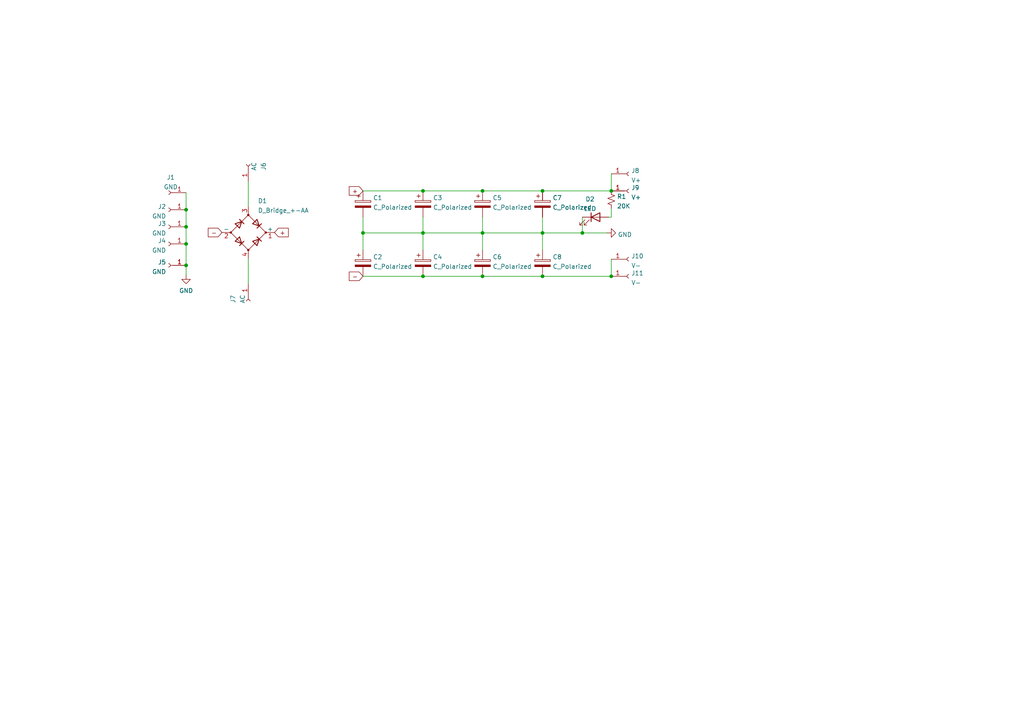
<source format=kicad_sch>
(kicad_sch (version 20211123) (generator eeschema)
  (paper "A4")
  (lib_symbols
    (symbol "Connector:Conn_01x01_Female" (pin_names (offset 1.016) hide)
      (property "Reference" "J" (at 0 2.54 0))
      (property "Value" "Conn_01x01_Female" (at 0 -2.54 0))
      (symbol "Conn_01x01_Female_1_1"
        (polyline (pts (xy -1.27 0) (xy -0.508 0)) (stroke (width 0.1524)))
        (arc (start 0 0.508) (mid -0.508 0) (end 0 -0.508) (stroke (width 0.1524)))
        (pin passive line (at -5.08 0 0) (length 3.81) (name "Pin_1") (number "1"))
      )
    )
    (symbol "Device:C_Polarized" (pin_numbers hide) (pin_names (offset 0.254))
      (property "Reference" "C" (at 0.635 2.54 0))
      (property "Value" "C_Polarized" (at 0.635 -2.54 0))
      (symbol "C_Polarized_0_1"
        (rectangle (start -2.286 0.508) (end 2.286 1.016))
        (polyline (pts (xy -1.778 2.286) (xy -0.762 2.286)))
        (polyline (pts (xy -1.27 2.794) (xy -1.27 1.778)))
        (rectangle (start 2.286 -0.508) (end -2.286 -1.016) (fill (type outline)))
      )
      (symbol "C_Polarized_1_1"
        (pin passive line (at 0 3.81 270) (length 2.794) (name "~") (number "1"))
        (pin passive line (at 0 -3.81 90) (length 2.794) (name "~") (number "2"))
      )
    )
    (symbol "Device:D_Bridge_+-AA" (pin_names (offset 0))
      (property "Reference" "D" (at 2.54 6.985 0))
      (property "Value" "D_Bridge_+-AA" (at 2.54 5.08 0))
      (symbol "D_Bridge_+-AA_0_1"
        (circle (center -5.08 0) (radius 0.254) (fill (type outline)))
        (circle (center 0 -5.08) (radius 0.254) (fill (type outline)))
        (polyline (pts (xy -2.54 3.81) (xy -1.27 2.54)) (stroke (width 0.254)))
        (polyline (pts (xy -1.27 -2.54) (xy -2.54 -3.81)) (stroke (width 0.254)))
        (polyline (pts (xy 2.54 -1.27) (xy 3.81 -2.54)) (stroke (width 0.254)))
        (polyline (pts (xy 2.54 1.27) (xy 3.81 2.54)) (stroke (width 0.254)))
        (polyline (pts (xy -3.81 2.54) (xy -2.54 1.27) (xy -1.905 3.175) (xy -3.81 2.54)) (stroke (width 0.254)))
        (polyline (pts (xy -2.54 -1.27) (xy -3.81 -2.54) (xy -1.905 -3.175) (xy -2.54 -1.27)) (stroke (width 0.254)))
        (polyline (pts (xy 1.27 2.54) (xy 2.54 3.81) (xy 3.175 1.905) (xy 1.27 2.54)) (stroke (width 0.254)))
        (polyline (pts (xy 3.175 -1.905) (xy 1.27 -2.54) (xy 2.54 -3.81) (xy 3.175 -1.905)) (stroke (width 0.254)))
        (polyline (pts (xy -5.08 0) (xy 0 -5.08) (xy 5.08 0) (xy 0 5.08) (xy -5.08 0)))
        (circle (center 0 5.08) (radius 0.254) (fill (type outline)))
        (circle (center 5.08 0) (radius 0.254) (fill (type outline)))
      )
      (symbol "D_Bridge_+-AA_1_1"
        (pin passive line (at 7.62 0 180) (length 2.54) (name "+") (number "1"))
        (pin passive line (at -7.62 0 0) (length 2.54) (name "-") (number "2"))
        (pin passive line (at 0 7.62 270) (length 2.54) (name "~") (number "3"))
        (pin passive line (at 0 -7.62 90) (length 2.54) (name "~") (number "4"))
      )
    )
    (symbol "Device:LED" (pin_numbers hide) (pin_names (offset 1.016) hide)
      (property "Reference" "D" (at 0 2.54 0))
      (property "Value" "LED" (at 0 -2.54 0))
      (symbol "LED_0_1"
        (polyline (pts (xy -1.27 -1.27) (xy -1.27 1.27)) (stroke (width 0.254)))
        (polyline (pts (xy -1.27 0) (xy 1.27 0)))
        (polyline (pts (xy 1.27 -1.27) (xy 1.27 1.27) (xy -1.27 0) (xy 1.27 -1.27)) (stroke (width 0.254)))
        (polyline (pts (xy -3.048 -0.762) (xy -4.572 -2.286) (xy -3.81 -2.286) (xy -4.572 -2.286) (xy -4.572 -1.524)))
        (polyline (pts (xy -1.778 -0.762) (xy -3.302 -2.286) (xy -2.54 -2.286) (xy -3.302 -2.286) (xy -3.302 -1.524)))
      )
      (symbol "LED_1_1"
        (pin passive line (at -3.81 0 0) (length 2.54) (name "K") (number "1"))
        (pin passive line (at 3.81 0 180) (length 2.54) (name "A") (number "2"))
      )
    )
    (symbol "Device:R_Small_US" (pin_numbers hide) (pin_names (offset 0.254) hide)
      (property "Reference" "R" (at 0.762 0.508 0))
      (property "Value" "R_Small_US" (at 0.762 -1.016 0))
      (symbol "R_Small_US_1_1"
        (polyline (pts (xy 0 0) (xy 1.016 -0.381) (xy 0 -0.762) (xy -1.016 -1.143) (xy 0 -1.524)))
        (polyline (pts (xy 0 1.524) (xy 1.016 1.143) (xy 0 0.762) (xy -1.016 0.381) (xy 0 0)))
        (pin passive line (at 0 2.54 270) (length 1.016) (name "~") (number "1"))
        (pin passive line (at 0 -2.54 90) (length 1.016) (name "~") (number "2"))
      )
    )
    (symbol "power:GND" (power) (pin_names (offset 0))
      (property "Value" "GND" (at 0 -3.81 0))
      (symbol "GND_0_1"
        (polyline (pts (xy 0 0) (xy 0 -1.27) (xy 1.27 -1.27) (xy 0 -2.54) (xy -1.27 -1.27) (xy 0 -1.27)))
      )
      (symbol "GND_1_1"
        (pin power_in line (at 0 0 270) (length 0) hide (name "GND") (number "1"))
      )
    )
  )
  (junction (at 122.682 67.564))
  (junction (at 157.353 80.137))
  (junction (at 177.292 55.372))
  (junction (at 53.975 70.739))
  (junction (at 139.954 55.372))
  (junction (at 157.353 67.564))
  (junction (at 53.975 60.833))
  (junction (at 122.682 55.372))
  (junction (at 168.91 67.564))
  (junction (at 177.292 80.137))
  (junction (at 122.682 80.137))
  (junction (at 105.283 67.564))
  (junction (at 139.954 67.564))
  (junction (at 53.975 76.962))
  (junction (at 139.954 80.137))
  (junction (at 53.975 65.786))
  (junction (at 157.353 55.372))
  (wire (pts (xy 157.353 67.564) (xy 168.91 67.564)))
  (wire (pts (xy 157.353 62.992) (xy 157.353 67.564)))
  (wire (pts (xy 53.975 70.739) (xy 53.975 76.962)))
  (wire (pts (xy 105.283 72.517) (xy 105.283 67.564)))
  (wire (pts (xy 105.283 62.992) (xy 105.283 67.564)))
  (wire (pts (xy 139.954 72.517) (xy 139.954 67.564)))
  (wire (pts (xy 177.292 55.372) (xy 177.292 50.419)))
  (wire (pts (xy 177.292 80.137) (xy 177.292 75.184)))
  (wire (pts (xy 122.682 67.564) (xy 122.682 72.517)))
  (wire (pts (xy 53.975 65.786) (xy 53.975 70.739)))
  (wire (pts (xy 122.682 55.372) (xy 139.954 55.372)))
  (wire (pts (xy 177.292 60.452) (xy 177.292 62.992)))
  (wire (pts (xy 139.954 62.992) (xy 139.954 67.564)))
  (wire (pts (xy 157.353 55.372) (xy 177.292 55.372)))
  (wire (pts (xy 105.283 55.372) (xy 122.682 55.372)))
  (wire (pts (xy 168.91 67.564) (xy 176.022 67.564)))
  (wire (pts (xy 105.283 80.137) (xy 122.682 80.137)))
  (wire (pts (xy 122.682 67.564) (xy 122.682 62.992)))
  (wire (pts (xy 53.975 76.962) (xy 53.975 79.756)))
  (wire (pts (xy 157.353 80.137) (xy 177.292 80.137)))
  (wire (pts (xy 122.682 67.564) (xy 139.954 67.564)))
  (wire (pts (xy 168.91 62.992) (xy 168.91 67.564)))
  (wire (pts (xy 122.682 80.137) (xy 139.954 80.137)))
  (wire (pts (xy 176.53 62.992) (xy 177.292 62.992)))
  (wire (pts (xy 53.975 60.833) (xy 53.975 65.786)))
  (wire (pts (xy 105.283 67.564) (xy 122.682 67.564)))
  (wire (pts (xy 72.009 75.057) (xy 72.009 82.296)))
  (wire (pts (xy 53.975 55.88) (xy 53.975 60.833)))
  (wire (pts (xy 139.954 80.137) (xy 157.353 80.137)))
  (wire (pts (xy 139.954 55.372) (xy 157.353 55.372)))
  (wire (pts (xy 72.009 52.705) (xy 72.009 59.817)))
  (wire (pts (xy 139.954 67.564) (xy 157.353 67.564)))
  (wire (pts (xy 157.353 67.564) (xy 157.353 72.517)))
  (global_label "-" (shape input) (at 105.283 80.137 180) (property "Intersheet References" "${INTERSHEET_REFS}" (effects hide)))
  (global_label "-" (shape input) (at 64.389 67.437 180) (property "Intersheet References" "${INTERSHEET_REFS}" (effects hide)))
  (global_label "+" (shape input) (at 79.629 67.437 0) (property "Intersheet References" "${INTERSHEET_REFS}" (effects hide)))
  (global_label "+" (shape input) (at 105.283 55.372 180) (property "Intersheet References" "${INTERSHEET_REFS}" (effects hide)))
  (symbol (lib_id "Device:C_Polarized") (at 139.954 76.327 0) (unit 1)
    (property "Reference" "C6" (at 142.875 74.5295 0) (effects (justify left)))
    (property "Value" "C_Polarized" (at 142.875 77.3046 0) (effects (justify left)))
    (property "Footprint" "Capacitor_THT:CP_Radial_D35.0mm_P10.00mm_SnapIn" (effects hide))
  )
  (symbol (lib_id "Device:D_Bridge_+-AA") (at 72.009 67.437 0) (unit 1)
    (property "Reference" "D1" (at 74.7777 58.2635 0) (effects (justify left)))
    (property "Value" "D_Bridge_+-AA" (at 74.7777 61.0386 0) (effects (justify left)))
    (property "Footprint" "Diode_THT:Diode_Bridge_28.6x28.6x7.3mm_P18.0mm_P11.6mm" (effects hide))
  )
  (symbol (lib_id "Device:LED") (at 172.72 62.992 0) (unit 1)
    (property "Reference" "D2" (at 171.1325 57.7555 0))
    (property "Value" "LED" (at 171.1325 60.5306 0))
    (property "Footprint" "LED_THT:LED_D3.0mm" (effects hide))
  )
  (symbol (lib_id "Device:C_Polarized") (at 122.682 59.182 0) (unit 1)
    (property "Reference" "C3" (at 125.603 57.3845 0) (effects (justify left)))
    (property "Value" "C_Polarized" (at 125.603 60.1596 0) (effects (justify left)))
    (property "Footprint" "Capacitor_THT:CP_Radial_D35.0mm_P10.00mm_SnapIn" (effects hide))
  )
  (symbol (lib_id "Connector:Conn_01x01_Female") (at 48.895 65.786 180) (unit 1)
    (property "Reference" "J3" (at 48.1839 64.8775 0) (effects (justify left)))
    (property "Value" "GND" (at 48.1839 67.6526 0) (effects (justify left)))
    (property "Footprint" "Custom Library:Spade Conector 6.3mm TE_1217861" (effects hide))
  )
  (symbol (lib_id "Device:C_Polarized") (at 122.682 76.327 0) (unit 1)
    (property "Reference" "C4" (at 125.603 74.5295 0) (effects (justify left)))
    (property "Value" "C_Polarized" (at 125.603 77.3046 0) (effects (justify left)))
    (property "Footprint" "Capacitor_THT:CP_Radial_D35.0mm_P10.00mm_SnapIn" (effects hide))
  )
  (symbol (lib_id "Device:C_Polarized") (at 157.353 76.327 0) (unit 1)
    (property "Reference" "C8" (at 160.274 74.5295 0) (effects (justify left)))
    (property "Value" "C_Polarized" (at 160.274 77.3046 0) (effects (justify left)))
    (property "Footprint" "Capacitor_THT:CP_Radial_D35.0mm_P10.00mm_SnapIn" (effects hide))
  )
  (symbol (lib_id "Connector:Conn_01x01_Female") (at 48.895 55.88 180) (unit 1)
    (property "Reference" "J1" (at 49.53 51.4563 0))
    (property "Value" "GND" (at 49.53 54.2314 0))
    (property "Footprint" "Custom Library:Spade Conector 6.3mm TE_1217861" (effects hide))
  )
  (symbol (lib_id "Connector:Conn_01x01_Female") (at 48.895 70.739 180) (unit 1)
    (property "Reference" "J4" (at 48.1839 69.8305 0) (effects (justify left)))
    (property "Value" "GND" (at 48.1839 72.6056 0) (effects (justify left)))
    (property "Footprint" "Custom Library:Spade Conector 6.3mm TE_1217861" (effects hide))
  )
  (symbol (lib_id "power:GND") (at 176.022 67.564 90) (unit 1)
    (property "Reference" "#PWR0102" (effects hide))
    (property "Value" "GND" (at 179.197 68.043 90) (effects (justify right)))
  )
  (symbol (lib_id "Connector:Conn_01x01_Female") (at 182.372 55.372 0) (unit 1)
    (property "Reference" "J9" (at 183.0832 54.4635 0) (effects (justify left)))
    (property "Value" "V+" (at 183.0832 57.2386 0) (effects (justify left)))
    (property "Footprint" "Custom Library:Spade Conector 6.3mm TE_1217861" (effects hide))
  )
  (symbol (lib_id "Connector:Conn_01x01_Female") (at 72.009 87.376 270) (unit 1)
    (property "Reference" "J7" (at 67.5853 86.741 0))
    (property "Value" "AC" (at 70.3604 86.741 0))
    (property "Footprint" "Custom Library:Spade Conector 6.3mm TE_1217861" (effects hide))
  )
  (symbol (lib_id "Device:C_Polarized") (at 105.283 76.327 0) (unit 1)
    (property "Reference" "C2" (at 108.204 74.5295 0) (effects (justify left)))
    (property "Value" "C_Polarized" (at 108.204 77.3046 0) (effects (justify left)))
    (property "Footprint" "Capacitor_THT:CP_Radial_D35.0mm_P10.00mm_SnapIn" (effects hide))
  )
  (symbol (lib_id "power:GND") (at 53.975 79.756 0) (unit 1)
    (property "Reference" "#PWR0101" (effects hide))
    (property "Value" "GND" (at 53.975 84.3185 0))
  )
  (symbol (lib_id "Connector:Conn_01x01_Female") (at 182.372 75.184 0) (unit 1)
    (property "Reference" "J10" (at 183.0832 74.2755 0) (effects (justify left)))
    (property "Value" "V-" (at 183.0832 77.0506 0) (effects (justify left)))
    (property "Footprint" "Custom Library:Spade Conector 6.3mm TE_1217861" (effects hide))
  )
  (symbol (lib_id "Device:C_Polarized") (at 139.954 59.182 0) (unit 1)
    (property "Reference" "C5" (at 142.875 57.3845 0) (effects (justify left)))
    (property "Value" "C_Polarized" (at 142.875 60.1596 0) (effects (justify left)))
    (property "Footprint" "Capacitor_THT:CP_Radial_D35.0mm_P10.00mm_SnapIn" (effects hide))
  )
  (symbol (lib_id "Device:C_Polarized") (at 157.353 59.182 0) (unit 1)
    (property "Reference" "C7" (at 160.274 57.3845 0) (effects (justify left)))
    (property "Value" "C_Polarized" (at 160.274 60.1596 0) (effects (justify left)))
    (property "Footprint" "Capacitor_THT:CP_Radial_D35.0mm_P10.00mm_SnapIn" (effects hide))
  )
  (symbol (lib_id "Device:R_Small_US") (at 177.292 57.912 180) (unit 1)
    (property "Reference" "R1" (at 178.943 57.0035 0) (effects (justify right)))
    (property "Value" "20K" (at 178.943 59.7786 0) (effects (justify right)))
    (property "Footprint" "Resistor_THT:R_Axial_DIN0207_L6.3mm_D2.5mm_P10.16mm_Horizontal" (effects hide))
  )
  (symbol (lib_id "Connector:Conn_01x01_Female") (at 48.895 60.833 180) (unit 1)
    (property "Reference" "J2" (at 48.1839 59.9245 0) (effects (justify left)))
    (property "Value" "GND" (at 48.1839 62.6996 0) (effects (justify left)))
    (property "Footprint" "Custom Library:Spade Conector 6.3mm TE_1217861" (effects hide))
  )
  (symbol (lib_id "Connector:Conn_01x01_Female") (at 182.372 50.419 0) (unit 1)
    (property "Reference" "J8" (at 183.0832 49.5105 0) (effects (justify left)))
    (property "Value" "V+" (at 183.0832 52.2856 0) (effects (justify left)))
    (property "Footprint" "Custom Library:Spade Conector 6.3mm TE_1217861" (effects hide))
  )
  (symbol (lib_id "Device:C_Polarized") (at 105.283 59.182 0) (unit 1)
    (property "Reference" "C1" (at 108.204 57.3845 0) (effects (justify left)))
    (property "Value" "C_Polarized" (at 108.204 60.1596 0) (effects (justify left)))
    (property "Footprint" "Capacitor_THT:CP_Radial_D35.0mm_P10.00mm_SnapIn" (effects hide))
  )
  (symbol (lib_id "Connector:Conn_01x01_Female") (at 48.895 76.962 180) (unit 1)
    (property "Reference" "J5" (at 48.1839 76.0535 0) (effects (justify left)))
    (property "Value" "GND" (at 48.1839 78.8286 0) (effects (justify left)))
    (property "Footprint" "Custom Library:Spade Conector 6.3mm TE_1217861" (effects hide))
  )
  (symbol (lib_id "Connector:Conn_01x01_Female") (at 72.009 47.625 90) (unit 1)
    (property "Reference" "J6" (at 76.4327 48.26 0))
    (property "Value" "AC" (at 73.6576 48.26 0))
    (property "Footprint" "Custom Library:Spade Conector 6.3mm TE_1217861" (effects hide))
  )
  (symbol (lib_id "Connector:Conn_01x01_Female") (at 182.372 80.137 0) (unit 1)
    (property "Reference" "J11" (at 183.0832 79.2285 0) (effects (justify left)))
    (property "Value" "V-" (at 183.0832 82.0036 0) (effects (justify left)))
    (property "Footprint" "Custom Library:Spade Conector 6.3mm TE_1217861" (effects hide))
  )
)
</source>
